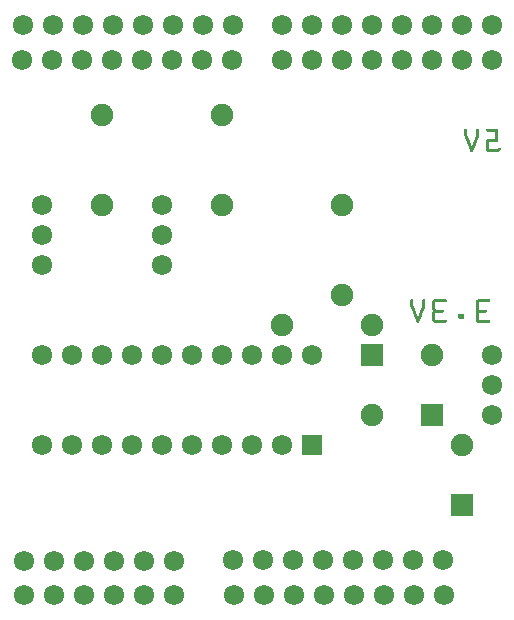
<source format=gbl>
G04 MADE WITH FRITZING*
G04 WWW.FRITZING.ORG*
G04 DOUBLE SIDED*
G04 HOLES PLATED*
G04 CONTOUR ON CENTER OF CONTOUR VECTOR*
%ASAXBY*%
%FSLAX23Y23*%
%MOIN*%
%OFA0B0*%
%SFA1.0B1.0*%
%ADD10C,0.067717*%
%ADD11C,0.075000*%
%ADD12R,0.067716X0.067716*%
%ADD13R,0.075000X0.075000*%
%ADD14R,0.001000X0.001000*%
%LNCOPPER0*%
G90*
G70*
G54D10*
X1034Y572D03*
X1034Y872D03*
X934Y572D03*
X934Y872D03*
X834Y572D03*
X834Y872D03*
X734Y572D03*
X734Y872D03*
X634Y572D03*
X634Y872D03*
X534Y572D03*
X534Y872D03*
X434Y572D03*
X434Y872D03*
X334Y572D03*
X334Y872D03*
X234Y572D03*
X234Y872D03*
X134Y572D03*
X134Y872D03*
X1034Y572D03*
X1034Y872D03*
X934Y572D03*
X934Y872D03*
X834Y572D03*
X834Y872D03*
X734Y572D03*
X734Y872D03*
X634Y572D03*
X634Y872D03*
X534Y572D03*
X534Y872D03*
X434Y572D03*
X434Y872D03*
X334Y572D03*
X334Y872D03*
X234Y572D03*
X234Y872D03*
X134Y572D03*
X134Y872D03*
X1634Y672D03*
X1634Y772D03*
X1634Y872D03*
X1634Y672D03*
X1634Y772D03*
X1634Y872D03*
X534Y1372D03*
X534Y1272D03*
X534Y1172D03*
X534Y1372D03*
X534Y1272D03*
X534Y1172D03*
X134Y1372D03*
X134Y1272D03*
X134Y1172D03*
X134Y1372D03*
X134Y1272D03*
X134Y1172D03*
G54D11*
X934Y972D03*
X1234Y972D03*
X934Y972D03*
X1234Y972D03*
X1134Y1372D03*
X1134Y1072D03*
X1134Y1372D03*
X1134Y1072D03*
X334Y1672D03*
X334Y1372D03*
X334Y1672D03*
X334Y1372D03*
X734Y1672D03*
X734Y1372D03*
X734Y1672D03*
X734Y1372D03*
G54D10*
X75Y187D03*
X175Y187D03*
X275Y187D03*
X375Y187D03*
X475Y187D03*
X575Y187D03*
X75Y187D03*
X175Y187D03*
X275Y187D03*
X375Y187D03*
X475Y187D03*
X575Y187D03*
X76Y73D03*
X176Y73D03*
X276Y73D03*
X376Y73D03*
X476Y73D03*
X576Y73D03*
X76Y73D03*
X176Y73D03*
X276Y73D03*
X376Y73D03*
X476Y73D03*
X576Y73D03*
X774Y72D03*
X874Y72D03*
X974Y72D03*
X1074Y72D03*
X1174Y72D03*
X1274Y72D03*
X1374Y72D03*
X1474Y72D03*
X774Y72D03*
X874Y72D03*
X974Y72D03*
X1074Y72D03*
X1174Y72D03*
X1274Y72D03*
X1374Y72D03*
X1474Y72D03*
X73Y1972D03*
X173Y1972D03*
X273Y1972D03*
X373Y1972D03*
X473Y1972D03*
X573Y1972D03*
X673Y1972D03*
X773Y1972D03*
X73Y1972D03*
X173Y1972D03*
X273Y1972D03*
X373Y1972D03*
X473Y1972D03*
X573Y1972D03*
X673Y1972D03*
X773Y1972D03*
X773Y189D03*
X873Y189D03*
X973Y189D03*
X1073Y189D03*
X1173Y189D03*
X1273Y189D03*
X1373Y189D03*
X1473Y189D03*
X773Y189D03*
X873Y189D03*
X973Y189D03*
X1073Y189D03*
X1173Y189D03*
X1273Y189D03*
X1373Y189D03*
X1473Y189D03*
X70Y1854D03*
X170Y1854D03*
X270Y1854D03*
X370Y1854D03*
X470Y1854D03*
X570Y1854D03*
X670Y1854D03*
X770Y1854D03*
X70Y1854D03*
X170Y1854D03*
X270Y1854D03*
X370Y1854D03*
X470Y1854D03*
X570Y1854D03*
X670Y1854D03*
X770Y1854D03*
X935Y1855D03*
X1035Y1855D03*
X1135Y1855D03*
X1235Y1855D03*
X1335Y1855D03*
X1435Y1855D03*
X1535Y1855D03*
X1635Y1855D03*
X935Y1855D03*
X1035Y1855D03*
X1135Y1855D03*
X1235Y1855D03*
X1335Y1855D03*
X1435Y1855D03*
X1535Y1855D03*
X1635Y1855D03*
X934Y1972D03*
X1034Y1972D03*
X1134Y1972D03*
X1234Y1972D03*
X1334Y1972D03*
X1434Y1972D03*
X1534Y1972D03*
X1634Y1972D03*
X934Y1972D03*
X1034Y1972D03*
X1134Y1972D03*
X1234Y1972D03*
X1334Y1972D03*
X1434Y1972D03*
X1534Y1972D03*
X1634Y1972D03*
G54D11*
X1434Y672D03*
X1434Y872D03*
X1434Y672D03*
X1434Y872D03*
X1234Y872D03*
X1234Y672D03*
X1234Y872D03*
X1234Y672D03*
X1534Y372D03*
X1534Y572D03*
X1534Y372D03*
X1534Y572D03*
G54D12*
X1034Y572D03*
X1034Y572D03*
G54D13*
X1434Y672D03*
X1434Y672D03*
X1234Y872D03*
X1234Y872D03*
X1534Y372D03*
X1534Y372D03*
G54D14*
X1546Y1626D02*
X1550Y1626D01*
X1586Y1626D02*
X1590Y1626D01*
X1619Y1626D02*
X1655Y1626D01*
X1545Y1625D02*
X1551Y1625D01*
X1585Y1625D02*
X1591Y1625D01*
X1617Y1625D02*
X1655Y1625D01*
X1544Y1624D02*
X1552Y1624D01*
X1584Y1624D02*
X1592Y1624D01*
X1617Y1624D02*
X1655Y1624D01*
X1544Y1623D02*
X1552Y1623D01*
X1584Y1623D02*
X1592Y1623D01*
X1616Y1623D02*
X1655Y1623D01*
X1544Y1622D02*
X1553Y1622D01*
X1583Y1622D02*
X1592Y1622D01*
X1616Y1622D02*
X1655Y1622D01*
X1544Y1621D02*
X1553Y1621D01*
X1583Y1621D02*
X1592Y1621D01*
X1616Y1621D02*
X1655Y1621D01*
X1544Y1620D02*
X1553Y1620D01*
X1583Y1620D02*
X1592Y1620D01*
X1616Y1620D02*
X1655Y1620D01*
X1544Y1619D02*
X1553Y1619D01*
X1583Y1619D02*
X1592Y1619D01*
X1617Y1619D02*
X1655Y1619D01*
X1544Y1618D02*
X1553Y1618D01*
X1583Y1618D02*
X1592Y1618D01*
X1618Y1618D02*
X1655Y1618D01*
X1544Y1617D02*
X1553Y1617D01*
X1583Y1617D02*
X1592Y1617D01*
X1619Y1617D02*
X1655Y1617D01*
X1544Y1616D02*
X1553Y1616D01*
X1583Y1616D02*
X1592Y1616D01*
X1646Y1616D02*
X1655Y1616D01*
X1544Y1615D02*
X1553Y1615D01*
X1583Y1615D02*
X1592Y1615D01*
X1646Y1615D02*
X1655Y1615D01*
X1544Y1614D02*
X1553Y1614D01*
X1583Y1614D02*
X1592Y1614D01*
X1646Y1614D02*
X1655Y1614D01*
X1544Y1613D02*
X1553Y1613D01*
X1583Y1613D02*
X1592Y1613D01*
X1646Y1613D02*
X1655Y1613D01*
X1544Y1612D02*
X1553Y1612D01*
X1583Y1612D02*
X1592Y1612D01*
X1646Y1612D02*
X1655Y1612D01*
X1544Y1611D02*
X1553Y1611D01*
X1583Y1611D02*
X1592Y1611D01*
X1646Y1611D02*
X1655Y1611D01*
X1544Y1610D02*
X1553Y1610D01*
X1583Y1610D02*
X1592Y1610D01*
X1646Y1610D02*
X1655Y1610D01*
X1544Y1609D02*
X1553Y1609D01*
X1583Y1609D02*
X1592Y1609D01*
X1646Y1609D02*
X1655Y1609D01*
X1544Y1608D02*
X1553Y1608D01*
X1583Y1608D02*
X1592Y1608D01*
X1646Y1608D02*
X1655Y1608D01*
X1544Y1607D02*
X1553Y1607D01*
X1583Y1607D02*
X1592Y1607D01*
X1646Y1607D02*
X1655Y1607D01*
X1544Y1606D02*
X1553Y1606D01*
X1583Y1606D02*
X1592Y1606D01*
X1646Y1606D02*
X1655Y1606D01*
X1544Y1605D02*
X1553Y1605D01*
X1583Y1605D02*
X1592Y1605D01*
X1646Y1605D02*
X1655Y1605D01*
X1544Y1604D02*
X1553Y1604D01*
X1583Y1604D02*
X1592Y1604D01*
X1646Y1604D02*
X1655Y1604D01*
X1544Y1603D02*
X1554Y1603D01*
X1582Y1603D02*
X1592Y1603D01*
X1646Y1603D02*
X1655Y1603D01*
X1544Y1602D02*
X1554Y1602D01*
X1582Y1602D02*
X1592Y1602D01*
X1646Y1602D02*
X1655Y1602D01*
X1545Y1601D02*
X1555Y1601D01*
X1581Y1601D02*
X1591Y1601D01*
X1646Y1601D02*
X1655Y1601D01*
X1545Y1600D02*
X1555Y1600D01*
X1581Y1600D02*
X1591Y1600D01*
X1646Y1600D02*
X1655Y1600D01*
X1545Y1599D02*
X1555Y1599D01*
X1581Y1599D02*
X1591Y1599D01*
X1646Y1599D02*
X1655Y1599D01*
X1546Y1598D02*
X1556Y1598D01*
X1580Y1598D02*
X1590Y1598D01*
X1646Y1598D02*
X1655Y1598D01*
X1546Y1597D02*
X1556Y1597D01*
X1580Y1597D02*
X1590Y1597D01*
X1646Y1597D02*
X1655Y1597D01*
X1547Y1596D02*
X1556Y1596D01*
X1580Y1596D02*
X1589Y1596D01*
X1646Y1596D02*
X1655Y1596D01*
X1547Y1595D02*
X1557Y1595D01*
X1579Y1595D02*
X1589Y1595D01*
X1646Y1595D02*
X1655Y1595D01*
X1547Y1594D02*
X1557Y1594D01*
X1579Y1594D02*
X1589Y1594D01*
X1646Y1594D02*
X1655Y1594D01*
X1548Y1593D02*
X1558Y1593D01*
X1578Y1593D02*
X1588Y1593D01*
X1645Y1593D02*
X1655Y1593D01*
X1548Y1592D02*
X1558Y1592D01*
X1578Y1592D02*
X1588Y1592D01*
X1622Y1592D02*
X1655Y1592D01*
X1549Y1591D02*
X1558Y1591D01*
X1578Y1591D02*
X1587Y1591D01*
X1620Y1591D02*
X1655Y1591D01*
X1549Y1590D02*
X1559Y1590D01*
X1577Y1590D02*
X1587Y1590D01*
X1619Y1590D02*
X1655Y1590D01*
X1549Y1589D02*
X1559Y1589D01*
X1577Y1589D02*
X1587Y1589D01*
X1618Y1589D02*
X1655Y1589D01*
X1550Y1588D02*
X1560Y1588D01*
X1576Y1588D02*
X1586Y1588D01*
X1617Y1588D02*
X1655Y1588D01*
X1550Y1587D02*
X1560Y1587D01*
X1576Y1587D02*
X1586Y1587D01*
X1617Y1587D02*
X1655Y1587D01*
X1551Y1586D02*
X1560Y1586D01*
X1576Y1586D02*
X1586Y1586D01*
X1616Y1586D02*
X1655Y1586D01*
X1551Y1585D02*
X1561Y1585D01*
X1575Y1585D02*
X1585Y1585D01*
X1616Y1585D02*
X1655Y1585D01*
X1551Y1584D02*
X1561Y1584D01*
X1575Y1584D02*
X1585Y1584D01*
X1616Y1584D02*
X1655Y1584D01*
X1552Y1583D02*
X1562Y1583D01*
X1574Y1583D02*
X1584Y1583D01*
X1616Y1583D02*
X1655Y1583D01*
X1552Y1582D02*
X1562Y1582D01*
X1574Y1582D02*
X1584Y1582D01*
X1616Y1582D02*
X1625Y1582D01*
X1552Y1581D02*
X1562Y1581D01*
X1574Y1581D02*
X1584Y1581D01*
X1616Y1581D02*
X1625Y1581D01*
X1553Y1580D02*
X1563Y1580D01*
X1573Y1580D02*
X1583Y1580D01*
X1616Y1580D02*
X1625Y1580D01*
X1553Y1579D02*
X1563Y1579D01*
X1573Y1579D02*
X1583Y1579D01*
X1616Y1579D02*
X1625Y1579D01*
X1554Y1578D02*
X1564Y1578D01*
X1572Y1578D02*
X1582Y1578D01*
X1616Y1578D02*
X1625Y1578D01*
X1554Y1577D02*
X1564Y1577D01*
X1572Y1577D02*
X1582Y1577D01*
X1616Y1577D02*
X1625Y1577D01*
X1554Y1576D02*
X1564Y1576D01*
X1572Y1576D02*
X1582Y1576D01*
X1616Y1576D02*
X1625Y1576D01*
X1555Y1575D02*
X1565Y1575D01*
X1571Y1575D02*
X1581Y1575D01*
X1616Y1575D02*
X1625Y1575D01*
X1555Y1574D02*
X1565Y1574D01*
X1571Y1574D02*
X1581Y1574D01*
X1616Y1574D02*
X1625Y1574D01*
X1556Y1573D02*
X1565Y1573D01*
X1571Y1573D02*
X1580Y1573D01*
X1616Y1573D02*
X1625Y1573D01*
X1556Y1572D02*
X1566Y1572D01*
X1570Y1572D02*
X1580Y1572D01*
X1616Y1572D02*
X1625Y1572D01*
X1556Y1571D02*
X1566Y1571D01*
X1570Y1571D02*
X1580Y1571D01*
X1616Y1571D02*
X1625Y1571D01*
X1557Y1570D02*
X1567Y1570D01*
X1569Y1570D02*
X1579Y1570D01*
X1616Y1570D02*
X1625Y1570D01*
X1557Y1569D02*
X1567Y1569D01*
X1569Y1569D02*
X1579Y1569D01*
X1616Y1569D02*
X1625Y1569D01*
X1558Y1568D02*
X1579Y1568D01*
X1616Y1568D02*
X1625Y1568D01*
X1558Y1567D02*
X1578Y1567D01*
X1616Y1567D02*
X1625Y1567D01*
X1558Y1566D02*
X1578Y1566D01*
X1616Y1566D02*
X1625Y1566D01*
X1559Y1565D02*
X1577Y1565D01*
X1616Y1565D02*
X1625Y1565D01*
X1559Y1564D02*
X1577Y1564D01*
X1616Y1564D02*
X1625Y1564D01*
X1559Y1563D02*
X1577Y1563D01*
X1616Y1563D02*
X1625Y1563D01*
X1660Y1563D02*
X1660Y1563D01*
X1560Y1562D02*
X1576Y1562D01*
X1616Y1562D02*
X1625Y1562D01*
X1657Y1562D02*
X1663Y1562D01*
X1560Y1561D02*
X1576Y1561D01*
X1616Y1561D02*
X1625Y1561D01*
X1655Y1561D02*
X1664Y1561D01*
X1561Y1560D02*
X1575Y1560D01*
X1616Y1560D02*
X1625Y1560D01*
X1652Y1560D02*
X1664Y1560D01*
X1561Y1559D02*
X1575Y1559D01*
X1616Y1559D02*
X1625Y1559D01*
X1650Y1559D02*
X1665Y1559D01*
X1561Y1558D02*
X1575Y1558D01*
X1616Y1558D02*
X1665Y1558D01*
X1562Y1557D02*
X1574Y1557D01*
X1616Y1557D02*
X1665Y1557D01*
X1562Y1556D02*
X1574Y1556D01*
X1616Y1556D02*
X1664Y1556D01*
X1563Y1555D02*
X1573Y1555D01*
X1617Y1555D02*
X1664Y1555D01*
X1563Y1554D02*
X1573Y1554D01*
X1617Y1554D02*
X1663Y1554D01*
X1563Y1553D02*
X1573Y1553D01*
X1618Y1553D02*
X1661Y1553D01*
X1564Y1552D02*
X1572Y1552D01*
X1619Y1552D02*
X1659Y1552D01*
X1564Y1551D02*
X1572Y1551D01*
X1620Y1551D02*
X1657Y1551D01*
X1565Y1550D02*
X1571Y1550D01*
X1621Y1550D02*
X1654Y1550D01*
X1567Y1549D02*
X1569Y1549D01*
X1624Y1549D02*
X1650Y1549D01*
X1367Y1057D02*
X1370Y1057D01*
X1406Y1057D02*
X1410Y1057D01*
X1443Y1057D02*
X1482Y1057D01*
X1588Y1057D02*
X1627Y1057D01*
X1365Y1056D02*
X1371Y1056D01*
X1405Y1056D02*
X1411Y1056D01*
X1441Y1056D02*
X1483Y1056D01*
X1586Y1056D02*
X1628Y1056D01*
X1365Y1055D02*
X1372Y1055D01*
X1404Y1055D02*
X1412Y1055D01*
X1440Y1055D02*
X1484Y1055D01*
X1584Y1055D02*
X1629Y1055D01*
X1364Y1054D02*
X1373Y1054D01*
X1404Y1054D02*
X1412Y1054D01*
X1439Y1054D02*
X1485Y1054D01*
X1583Y1054D02*
X1629Y1054D01*
X1364Y1053D02*
X1373Y1053D01*
X1404Y1053D02*
X1413Y1053D01*
X1438Y1053D02*
X1485Y1053D01*
X1582Y1053D02*
X1629Y1053D01*
X1364Y1052D02*
X1373Y1052D01*
X1403Y1052D02*
X1413Y1052D01*
X1437Y1052D02*
X1485Y1052D01*
X1582Y1052D02*
X1629Y1052D01*
X1364Y1051D02*
X1373Y1051D01*
X1403Y1051D02*
X1413Y1051D01*
X1437Y1051D02*
X1485Y1051D01*
X1581Y1051D02*
X1629Y1051D01*
X1364Y1050D02*
X1373Y1050D01*
X1403Y1050D02*
X1413Y1050D01*
X1436Y1050D02*
X1484Y1050D01*
X1581Y1050D02*
X1629Y1050D01*
X1364Y1049D02*
X1373Y1049D01*
X1403Y1049D02*
X1413Y1049D01*
X1436Y1049D02*
X1483Y1049D01*
X1581Y1049D02*
X1628Y1049D01*
X1364Y1048D02*
X1373Y1048D01*
X1403Y1048D02*
X1413Y1048D01*
X1436Y1048D02*
X1482Y1048D01*
X1581Y1048D02*
X1627Y1048D01*
X1364Y1047D02*
X1373Y1047D01*
X1403Y1047D02*
X1413Y1047D01*
X1436Y1047D02*
X1445Y1047D01*
X1581Y1047D02*
X1590Y1047D01*
X1364Y1046D02*
X1373Y1046D01*
X1403Y1046D02*
X1413Y1046D01*
X1436Y1046D02*
X1445Y1046D01*
X1581Y1046D02*
X1590Y1046D01*
X1364Y1045D02*
X1373Y1045D01*
X1403Y1045D02*
X1413Y1045D01*
X1436Y1045D02*
X1445Y1045D01*
X1581Y1045D02*
X1590Y1045D01*
X1364Y1044D02*
X1373Y1044D01*
X1403Y1044D02*
X1413Y1044D01*
X1436Y1044D02*
X1445Y1044D01*
X1581Y1044D02*
X1590Y1044D01*
X1364Y1043D02*
X1373Y1043D01*
X1403Y1043D02*
X1413Y1043D01*
X1436Y1043D02*
X1445Y1043D01*
X1581Y1043D02*
X1590Y1043D01*
X1364Y1042D02*
X1373Y1042D01*
X1403Y1042D02*
X1413Y1042D01*
X1436Y1042D02*
X1445Y1042D01*
X1581Y1042D02*
X1590Y1042D01*
X1364Y1041D02*
X1373Y1041D01*
X1403Y1041D02*
X1413Y1041D01*
X1436Y1041D02*
X1445Y1041D01*
X1581Y1041D02*
X1590Y1041D01*
X1364Y1040D02*
X1373Y1040D01*
X1403Y1040D02*
X1413Y1040D01*
X1436Y1040D02*
X1445Y1040D01*
X1581Y1040D02*
X1590Y1040D01*
X1364Y1039D02*
X1373Y1039D01*
X1403Y1039D02*
X1413Y1039D01*
X1436Y1039D02*
X1445Y1039D01*
X1581Y1039D02*
X1590Y1039D01*
X1364Y1038D02*
X1373Y1038D01*
X1403Y1038D02*
X1413Y1038D01*
X1436Y1038D02*
X1445Y1038D01*
X1581Y1038D02*
X1590Y1038D01*
X1364Y1037D02*
X1373Y1037D01*
X1403Y1037D02*
X1413Y1037D01*
X1436Y1037D02*
X1445Y1037D01*
X1581Y1037D02*
X1590Y1037D01*
X1364Y1036D02*
X1373Y1036D01*
X1403Y1036D02*
X1413Y1036D01*
X1436Y1036D02*
X1445Y1036D01*
X1581Y1036D02*
X1590Y1036D01*
X1364Y1035D02*
X1373Y1035D01*
X1403Y1035D02*
X1413Y1035D01*
X1436Y1035D02*
X1445Y1035D01*
X1581Y1035D02*
X1590Y1035D01*
X1364Y1034D02*
X1374Y1034D01*
X1403Y1034D02*
X1412Y1034D01*
X1436Y1034D02*
X1445Y1034D01*
X1581Y1034D02*
X1590Y1034D01*
X1364Y1033D02*
X1374Y1033D01*
X1402Y1033D02*
X1412Y1033D01*
X1436Y1033D02*
X1445Y1033D01*
X1581Y1033D02*
X1590Y1033D01*
X1365Y1032D02*
X1375Y1032D01*
X1402Y1032D02*
X1412Y1032D01*
X1436Y1032D02*
X1445Y1032D01*
X1581Y1032D02*
X1590Y1032D01*
X1365Y1031D02*
X1375Y1031D01*
X1401Y1031D02*
X1411Y1031D01*
X1436Y1031D02*
X1445Y1031D01*
X1581Y1031D02*
X1590Y1031D01*
X1366Y1030D02*
X1375Y1030D01*
X1401Y1030D02*
X1411Y1030D01*
X1436Y1030D02*
X1445Y1030D01*
X1581Y1030D02*
X1590Y1030D01*
X1366Y1029D02*
X1376Y1029D01*
X1401Y1029D02*
X1410Y1029D01*
X1436Y1029D02*
X1445Y1029D01*
X1581Y1029D02*
X1590Y1029D01*
X1366Y1028D02*
X1376Y1028D01*
X1400Y1028D02*
X1410Y1028D01*
X1436Y1028D02*
X1445Y1028D01*
X1581Y1028D02*
X1590Y1028D01*
X1367Y1027D02*
X1377Y1027D01*
X1400Y1027D02*
X1410Y1027D01*
X1436Y1027D02*
X1446Y1027D01*
X1581Y1027D02*
X1590Y1027D01*
X1367Y1026D02*
X1377Y1026D01*
X1399Y1026D02*
X1409Y1026D01*
X1436Y1026D02*
X1446Y1026D01*
X1581Y1026D02*
X1591Y1026D01*
X1368Y1025D02*
X1377Y1025D01*
X1399Y1025D02*
X1409Y1025D01*
X1437Y1025D02*
X1447Y1025D01*
X1581Y1025D02*
X1592Y1025D01*
X1368Y1024D02*
X1378Y1024D01*
X1399Y1024D02*
X1409Y1024D01*
X1437Y1024D02*
X1449Y1024D01*
X1581Y1024D02*
X1593Y1024D01*
X1368Y1023D02*
X1378Y1023D01*
X1398Y1023D02*
X1408Y1023D01*
X1437Y1023D02*
X1472Y1023D01*
X1582Y1023D02*
X1617Y1023D01*
X1369Y1022D02*
X1379Y1022D01*
X1398Y1022D02*
X1408Y1022D01*
X1438Y1022D02*
X1474Y1022D01*
X1582Y1022D02*
X1618Y1022D01*
X1369Y1021D02*
X1379Y1021D01*
X1397Y1021D02*
X1407Y1021D01*
X1438Y1021D02*
X1474Y1021D01*
X1583Y1021D02*
X1619Y1021D01*
X1369Y1020D02*
X1379Y1020D01*
X1397Y1020D02*
X1407Y1020D01*
X1439Y1020D02*
X1475Y1020D01*
X1584Y1020D02*
X1619Y1020D01*
X1370Y1019D02*
X1380Y1019D01*
X1397Y1019D02*
X1407Y1019D01*
X1440Y1019D02*
X1475Y1019D01*
X1584Y1019D02*
X1619Y1019D01*
X1370Y1018D02*
X1380Y1018D01*
X1396Y1018D02*
X1406Y1018D01*
X1440Y1018D02*
X1475Y1018D01*
X1584Y1018D02*
X1619Y1018D01*
X1371Y1017D02*
X1381Y1017D01*
X1396Y1017D02*
X1406Y1017D01*
X1439Y1017D02*
X1475Y1017D01*
X1583Y1017D02*
X1619Y1017D01*
X1371Y1016D02*
X1381Y1016D01*
X1395Y1016D02*
X1405Y1016D01*
X1438Y1016D02*
X1474Y1016D01*
X1583Y1016D02*
X1619Y1016D01*
X1371Y1015D02*
X1381Y1015D01*
X1395Y1015D02*
X1405Y1015D01*
X1438Y1015D02*
X1473Y1015D01*
X1582Y1015D02*
X1618Y1015D01*
X1372Y1014D02*
X1382Y1014D01*
X1395Y1014D02*
X1405Y1014D01*
X1437Y1014D02*
X1472Y1014D01*
X1582Y1014D02*
X1616Y1014D01*
X1372Y1013D02*
X1382Y1013D01*
X1394Y1013D02*
X1404Y1013D01*
X1437Y1013D02*
X1448Y1013D01*
X1581Y1013D02*
X1593Y1013D01*
X1373Y1012D02*
X1382Y1012D01*
X1394Y1012D02*
X1404Y1012D01*
X1437Y1012D02*
X1447Y1012D01*
X1581Y1012D02*
X1591Y1012D01*
X1373Y1011D02*
X1383Y1011D01*
X1394Y1011D02*
X1403Y1011D01*
X1436Y1011D02*
X1446Y1011D01*
X1581Y1011D02*
X1591Y1011D01*
X1373Y1010D02*
X1383Y1010D01*
X1393Y1010D02*
X1403Y1010D01*
X1436Y1010D02*
X1446Y1010D01*
X1526Y1010D02*
X1540Y1010D01*
X1581Y1010D02*
X1590Y1010D01*
X1374Y1009D02*
X1384Y1009D01*
X1393Y1009D02*
X1403Y1009D01*
X1436Y1009D02*
X1445Y1009D01*
X1524Y1009D02*
X1541Y1009D01*
X1581Y1009D02*
X1590Y1009D01*
X1374Y1008D02*
X1384Y1008D01*
X1392Y1008D02*
X1402Y1008D01*
X1436Y1008D02*
X1445Y1008D01*
X1524Y1008D02*
X1542Y1008D01*
X1581Y1008D02*
X1590Y1008D01*
X1375Y1007D02*
X1384Y1007D01*
X1392Y1007D02*
X1402Y1007D01*
X1436Y1007D02*
X1445Y1007D01*
X1523Y1007D02*
X1542Y1007D01*
X1581Y1007D02*
X1590Y1007D01*
X1375Y1006D02*
X1385Y1006D01*
X1392Y1006D02*
X1402Y1006D01*
X1436Y1006D02*
X1445Y1006D01*
X1523Y1006D02*
X1542Y1006D01*
X1581Y1006D02*
X1590Y1006D01*
X1375Y1005D02*
X1385Y1005D01*
X1391Y1005D02*
X1401Y1005D01*
X1436Y1005D02*
X1445Y1005D01*
X1523Y1005D02*
X1542Y1005D01*
X1581Y1005D02*
X1590Y1005D01*
X1376Y1004D02*
X1386Y1004D01*
X1391Y1004D02*
X1401Y1004D01*
X1436Y1004D02*
X1445Y1004D01*
X1523Y1004D02*
X1542Y1004D01*
X1581Y1004D02*
X1590Y1004D01*
X1376Y1003D02*
X1386Y1003D01*
X1390Y1003D02*
X1400Y1003D01*
X1436Y1003D02*
X1445Y1003D01*
X1523Y1003D02*
X1542Y1003D01*
X1581Y1003D02*
X1590Y1003D01*
X1377Y1002D02*
X1386Y1002D01*
X1390Y1002D02*
X1400Y1002D01*
X1436Y1002D02*
X1445Y1002D01*
X1523Y1002D02*
X1542Y1002D01*
X1581Y1002D02*
X1590Y1002D01*
X1377Y1001D02*
X1387Y1001D01*
X1390Y1001D02*
X1400Y1001D01*
X1436Y1001D02*
X1445Y1001D01*
X1523Y1001D02*
X1542Y1001D01*
X1581Y1001D02*
X1590Y1001D01*
X1377Y1000D02*
X1387Y1000D01*
X1389Y1000D02*
X1399Y1000D01*
X1436Y1000D02*
X1445Y1000D01*
X1523Y1000D02*
X1542Y1000D01*
X1581Y1000D02*
X1590Y1000D01*
X1378Y999D02*
X1399Y999D01*
X1436Y999D02*
X1445Y999D01*
X1523Y999D02*
X1542Y999D01*
X1581Y999D02*
X1590Y999D01*
X1378Y998D02*
X1398Y998D01*
X1436Y998D02*
X1445Y998D01*
X1523Y998D02*
X1542Y998D01*
X1581Y998D02*
X1590Y998D01*
X1378Y997D02*
X1398Y997D01*
X1436Y997D02*
X1445Y997D01*
X1523Y997D02*
X1542Y997D01*
X1581Y997D02*
X1590Y997D01*
X1379Y996D02*
X1398Y996D01*
X1436Y996D02*
X1445Y996D01*
X1524Y996D02*
X1542Y996D01*
X1581Y996D02*
X1590Y996D01*
X1379Y995D02*
X1397Y995D01*
X1436Y995D02*
X1445Y995D01*
X1524Y995D02*
X1542Y995D01*
X1581Y995D02*
X1590Y995D01*
X1380Y994D02*
X1397Y994D01*
X1436Y994D02*
X1445Y994D01*
X1525Y994D02*
X1541Y994D01*
X1581Y994D02*
X1590Y994D01*
X1380Y993D02*
X1396Y993D01*
X1436Y993D02*
X1445Y993D01*
X1526Y993D02*
X1540Y993D01*
X1581Y993D02*
X1590Y993D01*
X1380Y992D02*
X1396Y992D01*
X1436Y992D02*
X1445Y992D01*
X1581Y992D02*
X1590Y992D01*
X1381Y991D02*
X1396Y991D01*
X1436Y991D02*
X1445Y991D01*
X1581Y991D02*
X1590Y991D01*
X1381Y990D02*
X1395Y990D01*
X1436Y990D02*
X1445Y990D01*
X1581Y990D02*
X1590Y990D01*
X1382Y989D02*
X1395Y989D01*
X1436Y989D02*
X1482Y989D01*
X1581Y989D02*
X1627Y989D01*
X1382Y988D02*
X1395Y988D01*
X1436Y988D02*
X1484Y988D01*
X1581Y988D02*
X1628Y988D01*
X1382Y987D02*
X1394Y987D01*
X1436Y987D02*
X1484Y987D01*
X1581Y987D02*
X1629Y987D01*
X1383Y986D02*
X1394Y986D01*
X1437Y986D02*
X1485Y986D01*
X1581Y986D02*
X1629Y986D01*
X1383Y985D02*
X1393Y985D01*
X1437Y985D02*
X1485Y985D01*
X1582Y985D02*
X1629Y985D01*
X1384Y984D02*
X1393Y984D01*
X1438Y984D02*
X1485Y984D01*
X1583Y984D02*
X1629Y984D01*
X1384Y983D02*
X1393Y983D01*
X1439Y983D02*
X1485Y983D01*
X1583Y983D02*
X1629Y983D01*
X1384Y982D02*
X1392Y982D01*
X1440Y982D02*
X1484Y982D01*
X1584Y982D02*
X1629Y982D01*
X1385Y981D02*
X1391Y981D01*
X1441Y981D02*
X1483Y981D01*
X1586Y981D02*
X1628Y981D01*
X1387Y980D02*
X1390Y980D01*
X1444Y980D02*
X1482Y980D01*
X1588Y980D02*
X1626Y980D01*
D02*
G04 End of Copper0*
M02*
</source>
